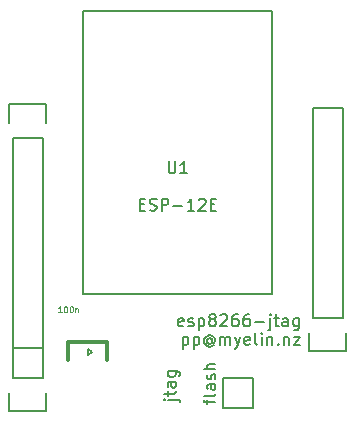
<source format=gto>
G04 #@! TF.FileFunction,Legend,Top*
%FSLAX46Y46*%
G04 Gerber Fmt 4.6, Leading zero omitted, Abs format (unit mm)*
G04 Created by KiCad (PCBNEW 4.0.1-stable) date 2/6/2016 5:06:47 PM*
%MOMM*%
G01*
G04 APERTURE LIST*
%ADD10C,0.100000*%
%ADD11C,0.152400*%
%ADD12C,0.150000*%
%ADD13C,0.300000*%
%ADD14C,0.109220*%
%ADD15C,0.203200*%
G04 APERTURE END LIST*
D10*
D11*
X143985143Y-108623838D02*
X143888381Y-108672219D01*
X143694858Y-108672219D01*
X143598096Y-108623838D01*
X143549715Y-108527076D01*
X143549715Y-108140029D01*
X143598096Y-108043267D01*
X143694858Y-107994886D01*
X143888381Y-107994886D01*
X143985143Y-108043267D01*
X144033524Y-108140029D01*
X144033524Y-108236790D01*
X143549715Y-108333552D01*
X144420572Y-108623838D02*
X144517334Y-108672219D01*
X144710858Y-108672219D01*
X144807619Y-108623838D01*
X144856000Y-108527076D01*
X144856000Y-108478695D01*
X144807619Y-108381933D01*
X144710858Y-108333552D01*
X144565715Y-108333552D01*
X144468953Y-108285171D01*
X144420572Y-108188410D01*
X144420572Y-108140029D01*
X144468953Y-108043267D01*
X144565715Y-107994886D01*
X144710858Y-107994886D01*
X144807619Y-108043267D01*
X145291429Y-107994886D02*
X145291429Y-109010886D01*
X145291429Y-108043267D02*
X145388191Y-107994886D01*
X145581714Y-107994886D01*
X145678476Y-108043267D01*
X145726857Y-108091648D01*
X145775238Y-108188410D01*
X145775238Y-108478695D01*
X145726857Y-108575457D01*
X145678476Y-108623838D01*
X145581714Y-108672219D01*
X145388191Y-108672219D01*
X145291429Y-108623838D01*
X146355810Y-108091648D02*
X146259048Y-108043267D01*
X146210667Y-107994886D01*
X146162286Y-107898124D01*
X146162286Y-107849743D01*
X146210667Y-107752981D01*
X146259048Y-107704600D01*
X146355810Y-107656219D01*
X146549333Y-107656219D01*
X146646095Y-107704600D01*
X146694476Y-107752981D01*
X146742857Y-107849743D01*
X146742857Y-107898124D01*
X146694476Y-107994886D01*
X146646095Y-108043267D01*
X146549333Y-108091648D01*
X146355810Y-108091648D01*
X146259048Y-108140029D01*
X146210667Y-108188410D01*
X146162286Y-108285171D01*
X146162286Y-108478695D01*
X146210667Y-108575457D01*
X146259048Y-108623838D01*
X146355810Y-108672219D01*
X146549333Y-108672219D01*
X146646095Y-108623838D01*
X146694476Y-108575457D01*
X146742857Y-108478695D01*
X146742857Y-108285171D01*
X146694476Y-108188410D01*
X146646095Y-108140029D01*
X146549333Y-108091648D01*
X147129905Y-107752981D02*
X147178286Y-107704600D01*
X147275048Y-107656219D01*
X147516952Y-107656219D01*
X147613714Y-107704600D01*
X147662095Y-107752981D01*
X147710476Y-107849743D01*
X147710476Y-107946505D01*
X147662095Y-108091648D01*
X147081524Y-108672219D01*
X147710476Y-108672219D01*
X148581333Y-107656219D02*
X148387810Y-107656219D01*
X148291048Y-107704600D01*
X148242667Y-107752981D01*
X148145905Y-107898124D01*
X148097524Y-108091648D01*
X148097524Y-108478695D01*
X148145905Y-108575457D01*
X148194286Y-108623838D01*
X148291048Y-108672219D01*
X148484571Y-108672219D01*
X148581333Y-108623838D01*
X148629714Y-108575457D01*
X148678095Y-108478695D01*
X148678095Y-108236790D01*
X148629714Y-108140029D01*
X148581333Y-108091648D01*
X148484571Y-108043267D01*
X148291048Y-108043267D01*
X148194286Y-108091648D01*
X148145905Y-108140029D01*
X148097524Y-108236790D01*
X149548952Y-107656219D02*
X149355429Y-107656219D01*
X149258667Y-107704600D01*
X149210286Y-107752981D01*
X149113524Y-107898124D01*
X149065143Y-108091648D01*
X149065143Y-108478695D01*
X149113524Y-108575457D01*
X149161905Y-108623838D01*
X149258667Y-108672219D01*
X149452190Y-108672219D01*
X149548952Y-108623838D01*
X149597333Y-108575457D01*
X149645714Y-108478695D01*
X149645714Y-108236790D01*
X149597333Y-108140029D01*
X149548952Y-108091648D01*
X149452190Y-108043267D01*
X149258667Y-108043267D01*
X149161905Y-108091648D01*
X149113524Y-108140029D01*
X149065143Y-108236790D01*
X150081143Y-108285171D02*
X150855238Y-108285171D01*
X151339048Y-107994886D02*
X151339048Y-108865743D01*
X151290667Y-108962505D01*
X151193905Y-109010886D01*
X151145524Y-109010886D01*
X151339048Y-107656219D02*
X151290667Y-107704600D01*
X151339048Y-107752981D01*
X151387429Y-107704600D01*
X151339048Y-107656219D01*
X151339048Y-107752981D01*
X151677715Y-107994886D02*
X152064763Y-107994886D01*
X151822858Y-107656219D02*
X151822858Y-108527076D01*
X151871239Y-108623838D01*
X151968001Y-108672219D01*
X152064763Y-108672219D01*
X152838857Y-108672219D02*
X152838857Y-108140029D01*
X152790476Y-108043267D01*
X152693714Y-107994886D01*
X152500191Y-107994886D01*
X152403429Y-108043267D01*
X152838857Y-108623838D02*
X152742095Y-108672219D01*
X152500191Y-108672219D01*
X152403429Y-108623838D01*
X152355048Y-108527076D01*
X152355048Y-108430314D01*
X152403429Y-108333552D01*
X152500191Y-108285171D01*
X152742095Y-108285171D01*
X152838857Y-108236790D01*
X153758095Y-107994886D02*
X153758095Y-108817362D01*
X153709714Y-108914124D01*
X153661333Y-108962505D01*
X153564572Y-109010886D01*
X153419429Y-109010886D01*
X153322667Y-108962505D01*
X153758095Y-108623838D02*
X153661333Y-108672219D01*
X153467810Y-108672219D01*
X153371048Y-108623838D01*
X153322667Y-108575457D01*
X153274286Y-108478695D01*
X153274286Y-108188410D01*
X153322667Y-108091648D01*
X153371048Y-108043267D01*
X153467810Y-107994886D01*
X153661333Y-107994886D01*
X153758095Y-108043267D01*
X143936762Y-109569686D02*
X143936762Y-110585686D01*
X143936762Y-109618067D02*
X144033524Y-109569686D01*
X144227047Y-109569686D01*
X144323809Y-109618067D01*
X144372190Y-109666448D01*
X144420571Y-109763210D01*
X144420571Y-110053495D01*
X144372190Y-110150257D01*
X144323809Y-110198638D01*
X144227047Y-110247019D01*
X144033524Y-110247019D01*
X143936762Y-110198638D01*
X144856000Y-109569686D02*
X144856000Y-110585686D01*
X144856000Y-109618067D02*
X144952762Y-109569686D01*
X145146285Y-109569686D01*
X145243047Y-109618067D01*
X145291428Y-109666448D01*
X145339809Y-109763210D01*
X145339809Y-110053495D01*
X145291428Y-110150257D01*
X145243047Y-110198638D01*
X145146285Y-110247019D01*
X144952762Y-110247019D01*
X144856000Y-110198638D01*
X146404190Y-109763210D02*
X146355809Y-109714829D01*
X146259047Y-109666448D01*
X146162285Y-109666448D01*
X146065523Y-109714829D01*
X146017143Y-109763210D01*
X145968762Y-109859971D01*
X145968762Y-109956733D01*
X146017143Y-110053495D01*
X146065523Y-110101876D01*
X146162285Y-110150257D01*
X146259047Y-110150257D01*
X146355809Y-110101876D01*
X146404190Y-110053495D01*
X146404190Y-109666448D02*
X146404190Y-110053495D01*
X146452571Y-110101876D01*
X146500952Y-110101876D01*
X146597714Y-110053495D01*
X146646095Y-109956733D01*
X146646095Y-109714829D01*
X146549333Y-109569686D01*
X146404190Y-109472924D01*
X146210666Y-109424543D01*
X146017143Y-109472924D01*
X145872000Y-109569686D01*
X145775238Y-109714829D01*
X145726857Y-109908352D01*
X145775238Y-110101876D01*
X145872000Y-110247019D01*
X146017143Y-110343781D01*
X146210666Y-110392162D01*
X146404190Y-110343781D01*
X146549333Y-110247019D01*
X147081524Y-110247019D02*
X147081524Y-109569686D01*
X147081524Y-109666448D02*
X147129905Y-109618067D01*
X147226667Y-109569686D01*
X147371809Y-109569686D01*
X147468571Y-109618067D01*
X147516952Y-109714829D01*
X147516952Y-110247019D01*
X147516952Y-109714829D02*
X147565333Y-109618067D01*
X147662095Y-109569686D01*
X147807238Y-109569686D01*
X147904000Y-109618067D01*
X147952381Y-109714829D01*
X147952381Y-110247019D01*
X148339429Y-109569686D02*
X148581334Y-110247019D01*
X148823238Y-109569686D02*
X148581334Y-110247019D01*
X148484572Y-110488924D01*
X148436191Y-110537305D01*
X148339429Y-110585686D01*
X149597333Y-110198638D02*
X149500571Y-110247019D01*
X149307048Y-110247019D01*
X149210286Y-110198638D01*
X149161905Y-110101876D01*
X149161905Y-109714829D01*
X149210286Y-109618067D01*
X149307048Y-109569686D01*
X149500571Y-109569686D01*
X149597333Y-109618067D01*
X149645714Y-109714829D01*
X149645714Y-109811590D01*
X149161905Y-109908352D01*
X150226286Y-110247019D02*
X150129524Y-110198638D01*
X150081143Y-110101876D01*
X150081143Y-109231019D01*
X150613333Y-110247019D02*
X150613333Y-109569686D01*
X150613333Y-109231019D02*
X150564952Y-109279400D01*
X150613333Y-109327781D01*
X150661714Y-109279400D01*
X150613333Y-109231019D01*
X150613333Y-109327781D01*
X151097143Y-109569686D02*
X151097143Y-110247019D01*
X151097143Y-109666448D02*
X151145524Y-109618067D01*
X151242286Y-109569686D01*
X151387428Y-109569686D01*
X151484190Y-109618067D01*
X151532571Y-109714829D01*
X151532571Y-110247019D01*
X152016381Y-110150257D02*
X152064762Y-110198638D01*
X152016381Y-110247019D01*
X151968000Y-110198638D01*
X152016381Y-110150257D01*
X152016381Y-110247019D01*
X152500191Y-109569686D02*
X152500191Y-110247019D01*
X152500191Y-109666448D02*
X152548572Y-109618067D01*
X152645334Y-109569686D01*
X152790476Y-109569686D01*
X152887238Y-109618067D01*
X152935619Y-109714829D01*
X152935619Y-110247019D01*
X153322667Y-109569686D02*
X153854857Y-109569686D01*
X153322667Y-110247019D01*
X153854857Y-110247019D01*
D12*
X151510000Y-81980000D02*
X151510000Y-105980000D01*
X151510000Y-81980000D02*
X135510000Y-81980000D01*
X135510000Y-81980000D02*
X135510000Y-105980000D01*
X135510000Y-105980000D02*
X151510000Y-105980000D01*
X132080000Y-92710000D02*
X132080000Y-110490000D01*
X132080000Y-110490000D02*
X129540000Y-110490000D01*
X129540000Y-110490000D02*
X129540000Y-92710000D01*
X132360000Y-89890000D02*
X132360000Y-91440000D01*
X132080000Y-92710000D02*
X129540000Y-92710000D01*
X129260000Y-91440000D02*
X129260000Y-89890000D01*
X129260000Y-89890000D02*
X132360000Y-89890000D01*
X154940000Y-107950000D02*
X154940000Y-90170000D01*
X154940000Y-90170000D02*
X157480000Y-90170000D01*
X157480000Y-90170000D02*
X157480000Y-107950000D01*
X154660000Y-110770000D02*
X154660000Y-109220000D01*
X154940000Y-107950000D02*
X157480000Y-107950000D01*
X157760000Y-109220000D02*
X157760000Y-110770000D01*
X157760000Y-110770000D02*
X154660000Y-110770000D01*
D13*
X137495000Y-111511000D02*
X137495000Y-110011000D01*
X134195000Y-111511000D02*
X134195000Y-110011000D01*
X134195000Y-110011000D02*
X137495000Y-110011000D01*
D12*
X136271000Y-110871000D02*
X135890000Y-110617000D01*
X135890000Y-110617000D02*
X135890000Y-110998000D01*
X135890000Y-110998000D02*
X135890000Y-111125000D01*
X135890000Y-111125000D02*
X136271000Y-110871000D01*
X149860000Y-113030000D02*
X147320000Y-113030000D01*
X147320000Y-113030000D02*
X147320000Y-115570000D01*
X147320000Y-115570000D02*
X149860000Y-115570000D01*
X149860000Y-115570000D02*
X149860000Y-113030000D01*
X129540000Y-113030000D02*
X129540000Y-110490000D01*
X129260000Y-115850000D02*
X129260000Y-114300000D01*
X129540000Y-113030000D02*
X132080000Y-113030000D01*
X132360000Y-114300000D02*
X132360000Y-115850000D01*
X132360000Y-115850000D02*
X129260000Y-115850000D01*
X132080000Y-113030000D02*
X132080000Y-110490000D01*
X132080000Y-110490000D02*
X129540000Y-110490000D01*
X142748095Y-94702381D02*
X142748095Y-95511905D01*
X142795714Y-95607143D01*
X142843333Y-95654762D01*
X142938571Y-95702381D01*
X143129048Y-95702381D01*
X143224286Y-95654762D01*
X143271905Y-95607143D01*
X143319524Y-95511905D01*
X143319524Y-94702381D01*
X144319524Y-95702381D02*
X143748095Y-95702381D01*
X144033809Y-95702381D02*
X144033809Y-94702381D01*
X143938571Y-94845238D01*
X143843333Y-94940476D01*
X143748095Y-94988095D01*
X140295714Y-98353571D02*
X140629048Y-98353571D01*
X140771905Y-98877381D02*
X140295714Y-98877381D01*
X140295714Y-97877381D01*
X140771905Y-97877381D01*
X141152857Y-98829762D02*
X141295714Y-98877381D01*
X141533810Y-98877381D01*
X141629048Y-98829762D01*
X141676667Y-98782143D01*
X141724286Y-98686905D01*
X141724286Y-98591667D01*
X141676667Y-98496429D01*
X141629048Y-98448810D01*
X141533810Y-98401190D01*
X141343333Y-98353571D01*
X141248095Y-98305952D01*
X141200476Y-98258333D01*
X141152857Y-98163095D01*
X141152857Y-98067857D01*
X141200476Y-97972619D01*
X141248095Y-97925000D01*
X141343333Y-97877381D01*
X141581429Y-97877381D01*
X141724286Y-97925000D01*
X142152857Y-98877381D02*
X142152857Y-97877381D01*
X142533810Y-97877381D01*
X142629048Y-97925000D01*
X142676667Y-97972619D01*
X142724286Y-98067857D01*
X142724286Y-98210714D01*
X142676667Y-98305952D01*
X142629048Y-98353571D01*
X142533810Y-98401190D01*
X142152857Y-98401190D01*
X143152857Y-98496429D02*
X143914762Y-98496429D01*
X144914762Y-98877381D02*
X144343333Y-98877381D01*
X144629047Y-98877381D02*
X144629047Y-97877381D01*
X144533809Y-98020238D01*
X144438571Y-98115476D01*
X144343333Y-98163095D01*
X145295714Y-97972619D02*
X145343333Y-97925000D01*
X145438571Y-97877381D01*
X145676667Y-97877381D01*
X145771905Y-97925000D01*
X145819524Y-97972619D01*
X145867143Y-98067857D01*
X145867143Y-98163095D01*
X145819524Y-98305952D01*
X145248095Y-98877381D01*
X145867143Y-98877381D01*
X146295714Y-98353571D02*
X146629048Y-98353571D01*
X146771905Y-98877381D02*
X146295714Y-98877381D01*
X146295714Y-97877381D01*
X146771905Y-97877381D01*
D14*
X133690052Y-107476362D02*
X133404120Y-107476362D01*
X133547086Y-107476362D02*
X133547086Y-106975982D01*
X133499431Y-107047465D01*
X133451776Y-107095120D01*
X133404120Y-107118948D01*
X133999811Y-106975982D02*
X134047466Y-106975982D01*
X134095121Y-106999810D01*
X134118949Y-107023638D01*
X134142776Y-107071293D01*
X134166604Y-107166603D01*
X134166604Y-107285741D01*
X134142776Y-107381052D01*
X134118949Y-107428707D01*
X134095121Y-107452535D01*
X134047466Y-107476362D01*
X133999811Y-107476362D01*
X133952155Y-107452535D01*
X133928328Y-107428707D01*
X133904500Y-107381052D01*
X133880672Y-107285741D01*
X133880672Y-107166603D01*
X133904500Y-107071293D01*
X133928328Y-107023638D01*
X133952155Y-106999810D01*
X133999811Y-106975982D01*
X134476363Y-106975982D02*
X134524018Y-106975982D01*
X134571673Y-106999810D01*
X134595501Y-107023638D01*
X134619328Y-107071293D01*
X134643156Y-107166603D01*
X134643156Y-107285741D01*
X134619328Y-107381052D01*
X134595501Y-107428707D01*
X134571673Y-107452535D01*
X134524018Y-107476362D01*
X134476363Y-107476362D01*
X134428707Y-107452535D01*
X134404880Y-107428707D01*
X134381052Y-107381052D01*
X134357224Y-107285741D01*
X134357224Y-107166603D01*
X134381052Y-107071293D01*
X134404880Y-107023638D01*
X134428707Y-106999810D01*
X134476363Y-106975982D01*
X134857604Y-107142776D02*
X134857604Y-107476362D01*
X134857604Y-107190431D02*
X134881432Y-107166603D01*
X134929087Y-107142776D01*
X135000570Y-107142776D01*
X135048225Y-107166603D01*
X135072053Y-107214259D01*
X135072053Y-107476362D01*
D15*
X142657286Y-114874523D02*
X143528143Y-114874523D01*
X143624905Y-114922904D01*
X143673286Y-115019666D01*
X143673286Y-115068047D01*
X142318619Y-114874523D02*
X142367000Y-114922904D01*
X142415381Y-114874523D01*
X142367000Y-114826142D01*
X142318619Y-114874523D01*
X142415381Y-114874523D01*
X142657286Y-114535856D02*
X142657286Y-114148808D01*
X142318619Y-114390713D02*
X143189476Y-114390713D01*
X143286238Y-114342332D01*
X143334619Y-114245570D01*
X143334619Y-114148808D01*
X143334619Y-113374714D02*
X142802429Y-113374714D01*
X142705667Y-113423095D01*
X142657286Y-113519857D01*
X142657286Y-113713380D01*
X142705667Y-113810142D01*
X143286238Y-113374714D02*
X143334619Y-113471476D01*
X143334619Y-113713380D01*
X143286238Y-113810142D01*
X143189476Y-113858523D01*
X143092714Y-113858523D01*
X142995952Y-113810142D01*
X142947571Y-113713380D01*
X142947571Y-113471476D01*
X142899190Y-113374714D01*
X142657286Y-112455476D02*
X143479762Y-112455476D01*
X143576524Y-112503857D01*
X143624905Y-112552238D01*
X143673286Y-112648999D01*
X143673286Y-112794142D01*
X143624905Y-112890904D01*
X143286238Y-112455476D02*
X143334619Y-112552238D01*
X143334619Y-112745761D01*
X143286238Y-112842523D01*
X143237857Y-112890904D01*
X143141095Y-112939285D01*
X142850810Y-112939285D01*
X142754048Y-112890904D01*
X142705667Y-112842523D01*
X142657286Y-112745761D01*
X142657286Y-112552238D01*
X142705667Y-112455476D01*
D12*
X146035714Y-115261905D02*
X146035714Y-114880953D01*
X146702381Y-115119048D02*
X145845238Y-115119048D01*
X145750000Y-115071429D01*
X145702381Y-114976191D01*
X145702381Y-114880953D01*
X146702381Y-114404762D02*
X146654762Y-114500000D01*
X146559524Y-114547619D01*
X145702381Y-114547619D01*
X146702381Y-113595237D02*
X146178571Y-113595237D01*
X146083333Y-113642856D01*
X146035714Y-113738094D01*
X146035714Y-113928571D01*
X146083333Y-114023809D01*
X146654762Y-113595237D02*
X146702381Y-113690475D01*
X146702381Y-113928571D01*
X146654762Y-114023809D01*
X146559524Y-114071428D01*
X146464286Y-114071428D01*
X146369048Y-114023809D01*
X146321429Y-113928571D01*
X146321429Y-113690475D01*
X146273810Y-113595237D01*
X146654762Y-113166666D02*
X146702381Y-113071428D01*
X146702381Y-112880952D01*
X146654762Y-112785713D01*
X146559524Y-112738094D01*
X146511905Y-112738094D01*
X146416667Y-112785713D01*
X146369048Y-112880952D01*
X146369048Y-113023809D01*
X146321429Y-113119047D01*
X146226190Y-113166666D01*
X146178571Y-113166666D01*
X146083333Y-113119047D01*
X146035714Y-113023809D01*
X146035714Y-112880952D01*
X146083333Y-112785713D01*
X146702381Y-112309523D02*
X145702381Y-112309523D01*
X146702381Y-111880951D02*
X146178571Y-111880951D01*
X146083333Y-111928570D01*
X146035714Y-112023808D01*
X146035714Y-112166666D01*
X146083333Y-112261904D01*
X146130952Y-112309523D01*
M02*

</source>
